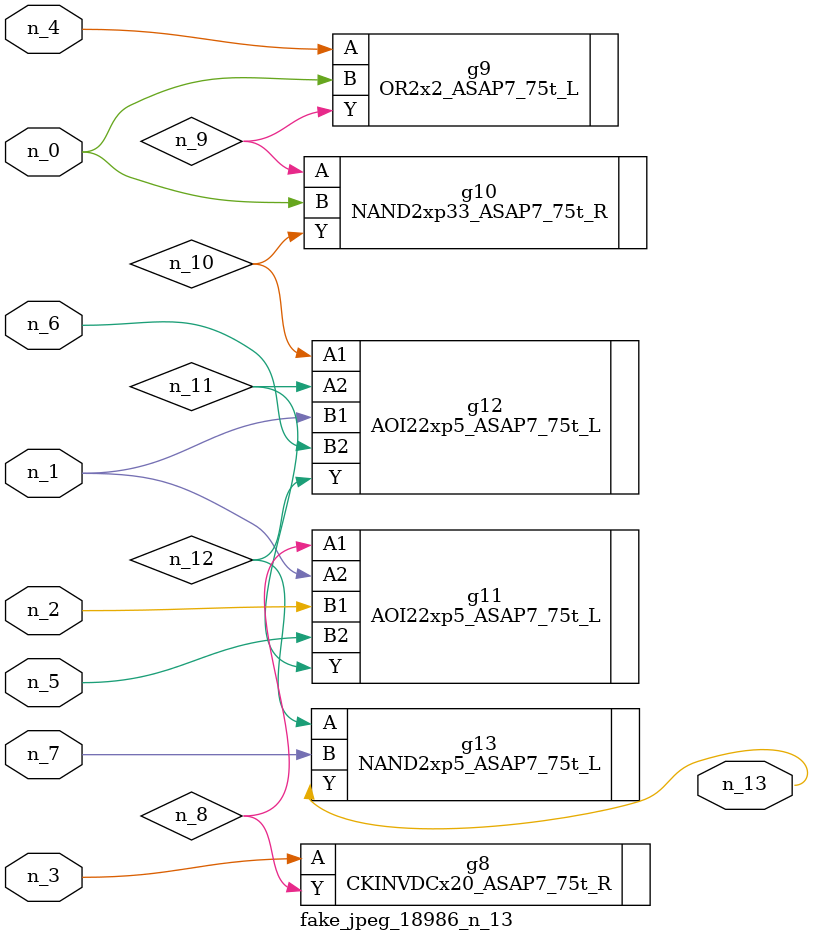
<source format=v>
module fake_jpeg_18986_n_13 (n_3, n_2, n_1, n_0, n_4, n_6, n_5, n_7, n_13);

input n_3;
input n_2;
input n_1;
input n_0;
input n_4;
input n_6;
input n_5;
input n_7;

output n_13;

wire n_11;
wire n_10;
wire n_12;
wire n_8;
wire n_9;

CKINVDCx20_ASAP7_75t_R g8 ( 
.A(n_3),
.Y(n_8)
);

OR2x2_ASAP7_75t_L g9 ( 
.A(n_4),
.B(n_0),
.Y(n_9)
);

NAND2xp33_ASAP7_75t_R g10 ( 
.A(n_9),
.B(n_0),
.Y(n_10)
);

AOI22xp5_ASAP7_75t_L g12 ( 
.A1(n_10),
.A2(n_11),
.B1(n_1),
.B2(n_6),
.Y(n_12)
);

AOI22xp5_ASAP7_75t_L g11 ( 
.A1(n_8),
.A2(n_1),
.B1(n_2),
.B2(n_5),
.Y(n_11)
);

NAND2xp5_ASAP7_75t_L g13 ( 
.A(n_12),
.B(n_7),
.Y(n_13)
);


endmodule
</source>
